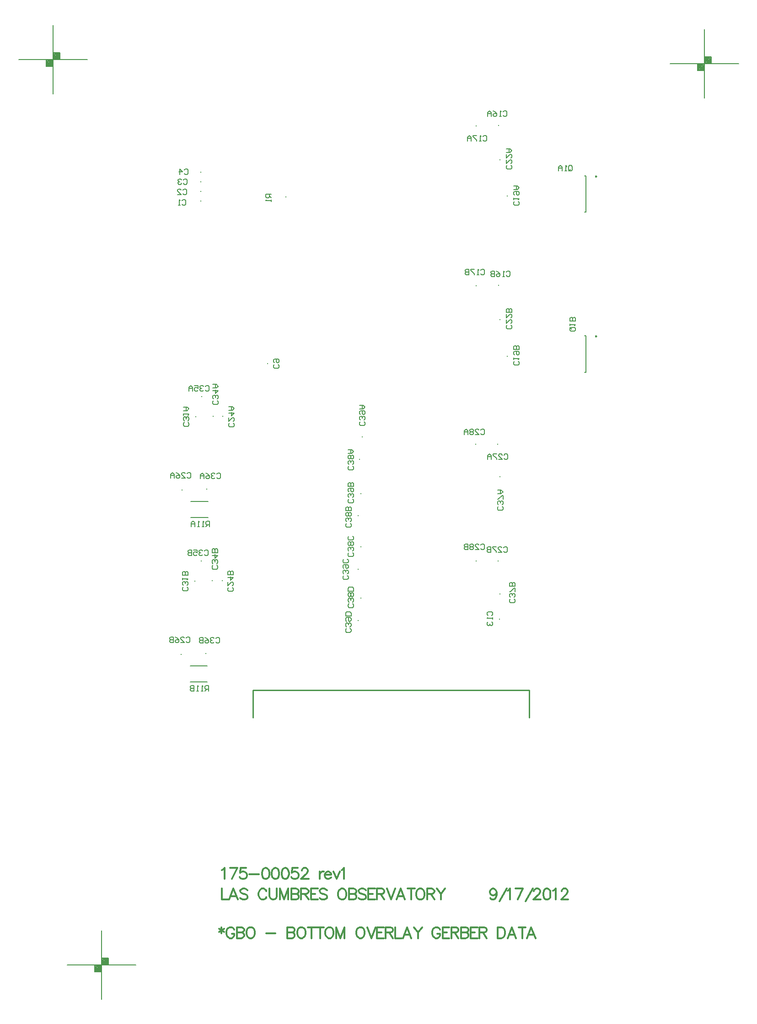
<source format=gbo>
%FSLAX23Y23*%
%MOIN*%
G70*
G01*
G75*
G04 Layer_Color=32896*
%ADD10R,0.012X0.065*%
%ADD11R,0.217X0.120*%
%ADD12R,0.065X0.012*%
%ADD13R,0.075X0.037*%
%ADD14R,0.272X0.268*%
%ADD15R,0.035X0.037*%
%ADD16R,0.035X0.037*%
%ADD17R,0.085X0.138*%
%ADD18R,0.085X0.043*%
%ADD19R,0.085X0.043*%
%ADD20O,0.028X0.098*%
%ADD21R,0.280X0.100*%
%ADD22R,0.070X0.135*%
%ADD23R,0.050X0.050*%
%ADD24O,0.087X0.024*%
%ADD25O,0.098X0.028*%
%ADD26R,0.045X0.017*%
%ADD27R,0.591X0.010*%
%ADD28R,0.012X0.105*%
%ADD29R,0.063X0.051*%
%ADD30R,0.063X0.079*%
%ADD31R,0.050X0.050*%
%ADD32C,0.010*%
%ADD33C,0.050*%
%ADD34C,0.020*%
%ADD35C,0.075*%
%ADD36C,0.012*%
%ADD37C,0.008*%
%ADD38C,0.012*%
%ADD39C,0.012*%
%ADD40R,0.060X0.060*%
%ADD41C,0.060*%
%ADD42C,0.024*%
%ADD43C,0.020*%
%ADD44C,0.115*%
%ADD45R,0.115X0.115*%
%ADD46C,0.080*%
%ADD47C,0.055*%
%ADD48R,0.059X0.059*%
%ADD49C,0.059*%
%ADD50C,0.120*%
%ADD51R,0.120X0.120*%
%ADD52R,0.079X0.079*%
%ADD53C,0.079*%
%ADD54C,0.010*%
%ADD55C,0.050*%
%ADD56C,0.040*%
%ADD57C,0.070*%
%ADD58C,0.054*%
%ADD59C,0.118*%
G04:AMPARAMS|DCode=60|XSize=138mil|YSize=138mil|CornerRadius=0mil|HoleSize=0mil|Usage=FLASHONLY|Rotation=0.000|XOffset=0mil|YOffset=0mil|HoleType=Round|Shape=Relief|Width=10mil|Gap=10mil|Entries=4|*
%AMTHD60*
7,0,0,0.138,0.118,0.010,45*
%
%ADD60THD60*%
G04:AMPARAMS|DCode=61|XSize=112mil|YSize=112mil|CornerRadius=0mil|HoleSize=0mil|Usage=FLASHONLY|Rotation=0.000|XOffset=0mil|YOffset=0mil|HoleType=Round|Shape=Relief|Width=10mil|Gap=10mil|Entries=4|*
%AMTHD61*
7,0,0,0.112,0.092,0.010,45*
%
%ADD61THD61*%
%ADD62C,0.073*%
%ADD63C,0.075*%
%ADD64C,0.110*%
G04:AMPARAMS|DCode=65|XSize=107.244mil|YSize=107.244mil|CornerRadius=0mil|HoleSize=0mil|Usage=FLASHONLY|Rotation=0.000|XOffset=0mil|YOffset=0mil|HoleType=Round|Shape=Relief|Width=10mil|Gap=10mil|Entries=4|*
%AMTHD65*
7,0,0,0.107,0.087,0.010,45*
%
%ADD65THD65*%
%ADD66C,0.087*%
%ADD67C,0.092*%
%ADD68C,0.046*%
%ADD69C,0.064*%
G04:AMPARAMS|DCode=70|XSize=70mil|YSize=70mil|CornerRadius=0mil|HoleSize=0mil|Usage=FLASHONLY|Rotation=0.000|XOffset=0mil|YOffset=0mil|HoleType=Round|Shape=Relief|Width=10mil|Gap=10mil|Entries=4|*
%AMTHD70*
7,0,0,0.070,0.050,0.010,45*
%
%ADD70THD70*%
G04:AMPARAMS|DCode=71|XSize=88mil|YSize=88mil|CornerRadius=0mil|HoleSize=0mil|Usage=FLASHONLY|Rotation=0.000|XOffset=0mil|YOffset=0mil|HoleType=Round|Shape=Relief|Width=10mil|Gap=10mil|Entries=4|*
%AMTHD71*
7,0,0,0.088,0.068,0.010,45*
%
%ADD71THD71*%
%ADD72C,0.068*%
%ADD73C,0.000*%
G04:AMPARAMS|DCode=74|XSize=90mil|YSize=90mil|CornerRadius=0mil|HoleSize=0mil|Usage=FLASHONLY|Rotation=0.000|XOffset=0mil|YOffset=0mil|HoleType=Round|Shape=Relief|Width=10mil|Gap=10mil|Entries=4|*
%AMTHD74*
7,0,0,0.090,0.070,0.010,45*
%
%ADD74THD74*%
G04:AMPARAMS|DCode=75|XSize=93.465mil|YSize=93.465mil|CornerRadius=0mil|HoleSize=0mil|Usage=FLASHONLY|Rotation=0.000|XOffset=0mil|YOffset=0mil|HoleType=Round|Shape=Relief|Width=10mil|Gap=10mil|Entries=4|*
%AMTHD75*
7,0,0,0.093,0.073,0.010,45*
%
%ADD75THD75*%
G04:AMPARAMS|DCode=76|XSize=95.433mil|YSize=95.433mil|CornerRadius=0mil|HoleSize=0mil|Usage=FLASHONLY|Rotation=0.000|XOffset=0mil|YOffset=0mil|HoleType=Round|Shape=Relief|Width=10mil|Gap=10mil|Entries=4|*
%AMTHD76*
7,0,0,0.095,0.075,0.010,45*
%
%ADD76THD76*%
G04:AMPARAMS|DCode=77|XSize=130mil|YSize=130mil|CornerRadius=0mil|HoleSize=0mil|Usage=FLASHONLY|Rotation=0.000|XOffset=0mil|YOffset=0mil|HoleType=Round|Shape=Relief|Width=10mil|Gap=10mil|Entries=4|*
%AMTHD77*
7,0,0,0.130,0.110,0.010,45*
%
%ADD77THD77*%
%ADD78C,0.005*%
%ADD79R,0.071X0.126*%
%ADD80C,0.006*%
%ADD81C,0.008*%
%ADD82C,0.010*%
%ADD83R,0.189X0.116*%
%ADD84R,0.012X0.075*%
%ADD85R,0.012X0.060*%
%ADD86R,0.020X0.073*%
%ADD87R,0.225X0.128*%
%ADD88R,0.073X0.020*%
%ADD89R,0.083X0.045*%
%ADD90R,0.280X0.276*%
%ADD91R,0.043X0.045*%
%ADD92R,0.043X0.045*%
%ADD93R,0.093X0.146*%
%ADD94R,0.093X0.051*%
%ADD95R,0.093X0.051*%
%ADD96O,0.036X0.106*%
%ADD97R,0.288X0.108*%
%ADD98R,0.078X0.143*%
%ADD99R,0.058X0.058*%
%ADD100O,0.095X0.032*%
%ADD101O,0.106X0.036*%
%ADD102R,0.053X0.025*%
%ADD103R,0.599X0.018*%
%ADD104R,0.005X0.098*%
%ADD105R,0.071X0.059*%
%ADD106R,0.071X0.087*%
%ADD107R,0.058X0.058*%
%ADD108R,0.068X0.068*%
%ADD109C,0.032*%
%ADD110C,0.028*%
%ADD111C,0.123*%
%ADD112R,0.123X0.123*%
%ADD113C,0.088*%
%ADD114C,0.063*%
%ADD115R,0.067X0.067*%
%ADD116C,0.067*%
%ADD117C,0.128*%
%ADD118R,0.128X0.128*%
%ADD119R,0.087X0.087*%
%ADD120C,0.087*%
%ADD121C,0.018*%
%ADD122C,0.058*%
%ADD123R,1.016X0.295*%
%ADD124R,0.079X0.134*%
D32*
X42535Y26743D02*
Y26943D01*
X44550Y26743D02*
Y26943D01*
X42535D02*
X44550D01*
D36*
X42307Y25217D02*
Y25172D01*
X42288Y25206D02*
X42326Y25183D01*
Y25206D02*
X42288Y25183D01*
X42400Y25198D02*
X42396Y25206D01*
X42388Y25213D01*
X42381Y25217D01*
X42365D01*
X42358Y25213D01*
X42350Y25206D01*
X42346Y25198D01*
X42343Y25187D01*
Y25168D01*
X42346Y25156D01*
X42350Y25149D01*
X42358Y25141D01*
X42365Y25137D01*
X42381D01*
X42388Y25141D01*
X42396Y25149D01*
X42400Y25156D01*
Y25168D01*
X42381D02*
X42400D01*
X42418Y25217D02*
Y25137D01*
Y25217D02*
X42452D01*
X42464Y25213D01*
X42467Y25210D01*
X42471Y25202D01*
Y25194D01*
X42467Y25187D01*
X42464Y25183D01*
X42452Y25179D01*
X42418D02*
X42452D01*
X42464Y25175D01*
X42467Y25172D01*
X42471Y25164D01*
Y25152D01*
X42467Y25145D01*
X42464Y25141D01*
X42452Y25137D01*
X42418D01*
X42512Y25217D02*
X42504Y25213D01*
X42497Y25206D01*
X42493Y25198D01*
X42489Y25187D01*
Y25168D01*
X42493Y25156D01*
X42497Y25149D01*
X42504Y25141D01*
X42512Y25137D01*
X42527D01*
X42535Y25141D01*
X42542Y25149D01*
X42546Y25156D01*
X42550Y25168D01*
Y25187D01*
X42546Y25198D01*
X42542Y25206D01*
X42535Y25213D01*
X42527Y25217D01*
X42512D01*
X42632Y25172D02*
X42700D01*
X42787Y25217D02*
Y25137D01*
Y25217D02*
X42821D01*
X42832Y25213D01*
X42836Y25210D01*
X42840Y25202D01*
Y25194D01*
X42836Y25187D01*
X42832Y25183D01*
X42821Y25179D01*
X42787D02*
X42821D01*
X42832Y25175D01*
X42836Y25172D01*
X42840Y25164D01*
Y25152D01*
X42836Y25145D01*
X42832Y25141D01*
X42821Y25137D01*
X42787D01*
X42881Y25217D02*
X42873Y25213D01*
X42865Y25206D01*
X42862Y25198D01*
X42858Y25187D01*
Y25168D01*
X42862Y25156D01*
X42865Y25149D01*
X42873Y25141D01*
X42881Y25137D01*
X42896D01*
X42904Y25141D01*
X42911Y25149D01*
X42915Y25156D01*
X42919Y25168D01*
Y25187D01*
X42915Y25198D01*
X42911Y25206D01*
X42904Y25213D01*
X42896Y25217D01*
X42881D01*
X42964D02*
Y25137D01*
X42937Y25217D02*
X42991D01*
X43027D02*
Y25137D01*
X43000Y25217D02*
X43054D01*
X43086D02*
X43078Y25213D01*
X43071Y25206D01*
X43067Y25198D01*
X43063Y25187D01*
Y25168D01*
X43067Y25156D01*
X43071Y25149D01*
X43078Y25141D01*
X43086Y25137D01*
X43101D01*
X43109Y25141D01*
X43116Y25149D01*
X43120Y25156D01*
X43124Y25168D01*
Y25187D01*
X43120Y25198D01*
X43116Y25206D01*
X43109Y25213D01*
X43101Y25217D01*
X43086D01*
X43143D02*
Y25137D01*
Y25217D02*
X43173Y25137D01*
X43204Y25217D02*
X43173Y25137D01*
X43204Y25217D02*
Y25137D01*
X43312Y25217D02*
X43305Y25213D01*
X43297Y25206D01*
X43293Y25198D01*
X43289Y25187D01*
Y25168D01*
X43293Y25156D01*
X43297Y25149D01*
X43305Y25141D01*
X43312Y25137D01*
X43327D01*
X43335Y25141D01*
X43343Y25149D01*
X43347Y25156D01*
X43350Y25168D01*
Y25187D01*
X43347Y25198D01*
X43343Y25206D01*
X43335Y25213D01*
X43327Y25217D01*
X43312D01*
X43369D02*
X43399Y25137D01*
X43430Y25217D02*
X43399Y25137D01*
X43490Y25217D02*
X43440D01*
Y25137D01*
X43490D01*
X43440Y25179D02*
X43471D01*
X43503Y25217D02*
Y25137D01*
Y25217D02*
X43537D01*
X43549Y25213D01*
X43553Y25210D01*
X43556Y25202D01*
Y25194D01*
X43553Y25187D01*
X43549Y25183D01*
X43537Y25179D01*
X43503D01*
X43530D02*
X43556Y25137D01*
X43574Y25217D02*
Y25137D01*
X43620D01*
X43690D02*
X43659Y25217D01*
X43629Y25137D01*
X43640Y25164D02*
X43678D01*
X43708Y25217D02*
X43739Y25179D01*
Y25137D01*
X43769Y25217D02*
X43739Y25179D01*
X43900Y25198D02*
X43896Y25206D01*
X43888Y25213D01*
X43880Y25217D01*
X43865D01*
X43858Y25213D01*
X43850Y25206D01*
X43846Y25198D01*
X43842Y25187D01*
Y25168D01*
X43846Y25156D01*
X43850Y25149D01*
X43858Y25141D01*
X43865Y25137D01*
X43880D01*
X43888Y25141D01*
X43896Y25149D01*
X43900Y25156D01*
Y25168D01*
X43880D02*
X43900D01*
X43967Y25217D02*
X43918D01*
Y25137D01*
X43967D01*
X43918Y25179D02*
X43948D01*
X43981Y25217D02*
Y25137D01*
Y25217D02*
X44015D01*
X44026Y25213D01*
X44030Y25210D01*
X44034Y25202D01*
Y25194D01*
X44030Y25187D01*
X44026Y25183D01*
X44015Y25179D01*
X43981D01*
X44007D02*
X44034Y25137D01*
X44052Y25217D02*
Y25137D01*
Y25217D02*
X44086D01*
X44098Y25213D01*
X44101Y25210D01*
X44105Y25202D01*
Y25194D01*
X44101Y25187D01*
X44098Y25183D01*
X44086Y25179D01*
X44052D02*
X44086D01*
X44098Y25175D01*
X44101Y25172D01*
X44105Y25164D01*
Y25152D01*
X44101Y25145D01*
X44098Y25141D01*
X44086Y25137D01*
X44052D01*
X44173Y25217D02*
X44123D01*
Y25137D01*
X44173D01*
X44123Y25179D02*
X44154D01*
X44186Y25217D02*
Y25137D01*
Y25217D02*
X44220D01*
X44232Y25213D01*
X44235Y25210D01*
X44239Y25202D01*
Y25194D01*
X44235Y25187D01*
X44232Y25183D01*
X44220Y25179D01*
X44186D01*
X44213D02*
X44239Y25137D01*
X44320Y25217D02*
Y25137D01*
Y25217D02*
X44347D01*
X44358Y25213D01*
X44366Y25206D01*
X44370Y25198D01*
X44373Y25187D01*
Y25168D01*
X44370Y25156D01*
X44366Y25149D01*
X44358Y25141D01*
X44347Y25137D01*
X44320D01*
X44452D02*
X44422Y25217D01*
X44391Y25137D01*
X44403Y25164D02*
X44441D01*
X44498Y25217D02*
Y25137D01*
X44471Y25217D02*
X44524D01*
X44595Y25137D02*
X44564Y25217D01*
X44534Y25137D01*
X44545Y25164D02*
X44583D01*
D37*
X41078Y31284D02*
Y31784D01*
X40828Y31534D02*
X41328D01*
X41028Y31484D02*
X41078D01*
X41028D02*
Y31534D01*
X41078Y31584D02*
X41128D01*
Y31534D02*
Y31584D01*
X41083Y31539D02*
Y31579D01*
X41123D01*
Y31539D02*
Y31579D01*
X41083Y31539D02*
X41123D01*
X41088Y31544D02*
Y31574D01*
X41118D01*
Y31544D02*
Y31574D01*
X41093Y31544D02*
X41118D01*
X41093Y31549D02*
Y31569D01*
X41113D01*
Y31549D02*
Y31569D01*
X41098Y31549D02*
X41113D01*
X41098Y31554D02*
Y31564D01*
X41108D01*
Y31554D02*
Y31564D01*
X41098Y31554D02*
X41108D01*
X41103D02*
Y31564D01*
X41033Y31489D02*
Y31529D01*
X41073D01*
Y31489D02*
Y31529D01*
X41033Y31489D02*
X41073D01*
X41038Y31494D02*
Y31524D01*
X41068D01*
Y31494D02*
Y31524D01*
X41043Y31494D02*
X41068D01*
X41043Y31499D02*
Y31519D01*
X41063D01*
Y31499D02*
Y31519D01*
X41048Y31499D02*
X41063D01*
X41048Y31504D02*
Y31514D01*
X41058D01*
Y31504D02*
Y31514D01*
X41048Y31504D02*
X41058D01*
X41053D02*
Y31514D01*
X45826Y31253D02*
Y31753D01*
X45576Y31503D02*
X46076D01*
X45776Y31453D02*
X45826D01*
X45776D02*
Y31503D01*
X45826Y31553D02*
X45876D01*
Y31503D02*
Y31553D01*
X45831Y31508D02*
Y31548D01*
X45871D01*
Y31508D02*
Y31548D01*
X45831Y31508D02*
X45871D01*
X45836Y31513D02*
Y31543D01*
X45866D01*
Y31513D02*
Y31543D01*
X45841Y31513D02*
X45866D01*
X45841Y31518D02*
Y31538D01*
X45861D01*
Y31518D02*
Y31538D01*
X45846Y31518D02*
X45861D01*
X45846Y31523D02*
Y31533D01*
X45856D01*
Y31523D02*
Y31533D01*
X45846Y31523D02*
X45856D01*
X45851D02*
Y31533D01*
X45781Y31458D02*
Y31498D01*
X45821D01*
Y31458D02*
Y31498D01*
X45781Y31458D02*
X45821D01*
X45786Y31463D02*
Y31493D01*
X45816D01*
Y31463D02*
Y31493D01*
X45791Y31463D02*
X45816D01*
X45791Y31468D02*
Y31488D01*
X45811D01*
Y31468D02*
Y31488D01*
X45796Y31468D02*
X45811D01*
X45796Y31473D02*
Y31483D01*
X45806D01*
Y31473D02*
Y31483D01*
X45796Y31473D02*
X45806D01*
X45801D02*
Y31483D01*
X41432Y24694D02*
Y25194D01*
X41182Y24944D02*
X41682D01*
X41382Y24894D02*
X41432D01*
X41382D02*
Y24944D01*
X41432Y24994D02*
X41482D01*
Y24944D02*
Y24994D01*
X41437Y24949D02*
Y24989D01*
X41477D01*
Y24949D02*
Y24989D01*
X41437Y24949D02*
X41477D01*
X41442Y24954D02*
Y24984D01*
X41472D01*
Y24954D02*
Y24984D01*
X41447Y24954D02*
X41472D01*
X41447Y24959D02*
Y24979D01*
X41467D01*
Y24959D02*
Y24979D01*
X41452Y24959D02*
X41467D01*
X41452Y24964D02*
Y24974D01*
X41462D01*
Y24964D02*
Y24974D01*
X41452Y24964D02*
X41462D01*
X41457D02*
Y24974D01*
X41387Y24899D02*
Y24939D01*
X41427D01*
Y24899D02*
Y24939D01*
X41387Y24899D02*
X41427D01*
X41392Y24904D02*
Y24934D01*
X41422D01*
Y24904D02*
Y24934D01*
X41397Y24904D02*
X41422D01*
X41397Y24909D02*
Y24929D01*
X41417D01*
Y24909D02*
Y24929D01*
X41402Y24909D02*
X41417D01*
X41402Y24914D02*
Y24924D01*
X41412D01*
Y24914D02*
Y24924D01*
X41402Y24914D02*
X41412D01*
X41407D02*
Y24924D01*
D38*
X42309Y25498D02*
Y25418D01*
X42355D01*
X42425D02*
X42394Y25498D01*
X42364Y25418D01*
X42375Y25444D02*
X42413D01*
X42496Y25486D02*
X42489Y25494D01*
X42477Y25498D01*
X42462D01*
X42451Y25494D01*
X42443Y25486D01*
Y25479D01*
X42447Y25471D01*
X42451Y25467D01*
X42458Y25464D01*
X42481Y25456D01*
X42489Y25452D01*
X42493Y25448D01*
X42496Y25441D01*
Y25429D01*
X42489Y25422D01*
X42477Y25418D01*
X42462D01*
X42451Y25422D01*
X42443Y25429D01*
X42634Y25479D02*
X42631Y25486D01*
X42623Y25494D01*
X42615Y25498D01*
X42600D01*
X42592Y25494D01*
X42585Y25486D01*
X42581Y25479D01*
X42577Y25467D01*
Y25448D01*
X42581Y25437D01*
X42585Y25429D01*
X42592Y25422D01*
X42600Y25418D01*
X42615D01*
X42623Y25422D01*
X42631Y25429D01*
X42634Y25437D01*
X42657Y25498D02*
Y25441D01*
X42661Y25429D01*
X42668Y25422D01*
X42680Y25418D01*
X42687D01*
X42699Y25422D01*
X42706Y25429D01*
X42710Y25441D01*
Y25498D01*
X42732D02*
Y25418D01*
Y25498D02*
X42763Y25418D01*
X42793Y25498D02*
X42763Y25418D01*
X42793Y25498D02*
Y25418D01*
X42816Y25498D02*
Y25418D01*
Y25498D02*
X42850D01*
X42862Y25494D01*
X42866Y25490D01*
X42869Y25483D01*
Y25475D01*
X42866Y25467D01*
X42862Y25464D01*
X42850Y25460D01*
X42816D02*
X42850D01*
X42862Y25456D01*
X42866Y25452D01*
X42869Y25444D01*
Y25433D01*
X42866Y25425D01*
X42862Y25422D01*
X42850Y25418D01*
X42816D01*
X42887Y25498D02*
Y25418D01*
Y25498D02*
X42922D01*
X42933Y25494D01*
X42937Y25490D01*
X42941Y25483D01*
Y25475D01*
X42937Y25467D01*
X42933Y25464D01*
X42922Y25460D01*
X42887D01*
X42914D02*
X42941Y25418D01*
X43008Y25498D02*
X42958D01*
Y25418D01*
X43008D01*
X42958Y25460D02*
X42989D01*
X43075Y25486D02*
X43067Y25494D01*
X43056Y25498D01*
X43040D01*
X43029Y25494D01*
X43021Y25486D01*
Y25479D01*
X43025Y25471D01*
X43029Y25467D01*
X43037Y25464D01*
X43059Y25456D01*
X43067Y25452D01*
X43071Y25448D01*
X43075Y25441D01*
Y25429D01*
X43067Y25422D01*
X43056Y25418D01*
X43040D01*
X43029Y25422D01*
X43021Y25429D01*
X43178Y25498D02*
X43171Y25494D01*
X43163Y25486D01*
X43159Y25479D01*
X43155Y25467D01*
Y25448D01*
X43159Y25437D01*
X43163Y25429D01*
X43171Y25422D01*
X43178Y25418D01*
X43193D01*
X43201Y25422D01*
X43209Y25429D01*
X43213Y25437D01*
X43216Y25448D01*
Y25467D01*
X43213Y25479D01*
X43209Y25486D01*
X43201Y25494D01*
X43193Y25498D01*
X43178D01*
X43235D02*
Y25418D01*
Y25498D02*
X43269D01*
X43281Y25494D01*
X43285Y25490D01*
X43288Y25483D01*
Y25475D01*
X43285Y25467D01*
X43281Y25464D01*
X43269Y25460D01*
X43235D02*
X43269D01*
X43281Y25456D01*
X43285Y25452D01*
X43288Y25444D01*
Y25433D01*
X43285Y25425D01*
X43281Y25422D01*
X43269Y25418D01*
X43235D01*
X43360Y25486D02*
X43352Y25494D01*
X43340Y25498D01*
X43325D01*
X43314Y25494D01*
X43306Y25486D01*
Y25479D01*
X43310Y25471D01*
X43314Y25467D01*
X43321Y25464D01*
X43344Y25456D01*
X43352Y25452D01*
X43356Y25448D01*
X43360Y25441D01*
Y25429D01*
X43352Y25422D01*
X43340Y25418D01*
X43325D01*
X43314Y25422D01*
X43306Y25429D01*
X43427Y25498D02*
X43377D01*
Y25418D01*
X43427D01*
X43377Y25460D02*
X43408D01*
X43440Y25498D02*
Y25418D01*
Y25498D02*
X43475D01*
X43486Y25494D01*
X43490Y25490D01*
X43494Y25483D01*
Y25475D01*
X43490Y25467D01*
X43486Y25464D01*
X43475Y25460D01*
X43440D01*
X43467D02*
X43494Y25418D01*
X43512Y25498D02*
X43542Y25418D01*
X43572Y25498D02*
X43542Y25418D01*
X43644D02*
X43613Y25498D01*
X43583Y25418D01*
X43594Y25444D02*
X43632D01*
X43689Y25498D02*
Y25418D01*
X43662Y25498D02*
X43716D01*
X43748D02*
X43740Y25494D01*
X43733Y25486D01*
X43729Y25479D01*
X43725Y25467D01*
Y25448D01*
X43729Y25437D01*
X43733Y25429D01*
X43740Y25422D01*
X43748Y25418D01*
X43763D01*
X43771Y25422D01*
X43779Y25429D01*
X43782Y25437D01*
X43786Y25448D01*
Y25467D01*
X43782Y25479D01*
X43779Y25486D01*
X43771Y25494D01*
X43763Y25498D01*
X43748D01*
X43805D02*
Y25418D01*
Y25498D02*
X43839D01*
X43850Y25494D01*
X43854Y25490D01*
X43858Y25483D01*
Y25475D01*
X43854Y25467D01*
X43850Y25464D01*
X43839Y25460D01*
X43805D01*
X43831D02*
X43858Y25418D01*
X43876Y25498D02*
X43906Y25460D01*
Y25418D01*
X43937Y25498D02*
X43906Y25460D01*
X44311Y25471D02*
X44307Y25460D01*
X44300Y25452D01*
X44288Y25448D01*
X44284D01*
X44273Y25452D01*
X44265Y25460D01*
X44261Y25471D01*
Y25475D01*
X44265Y25486D01*
X44273Y25494D01*
X44284Y25498D01*
X44288D01*
X44300Y25494D01*
X44307Y25486D01*
X44311Y25471D01*
Y25452D01*
X44307Y25433D01*
X44300Y25422D01*
X44288Y25418D01*
X44280D01*
X44269Y25422D01*
X44265Y25429D01*
X44333Y25406D02*
X44386Y25498D01*
X44391Y25483D02*
X44399Y25486D01*
X44410Y25498D01*
Y25418D01*
X44503Y25498D02*
X44465Y25418D01*
X44450Y25498D02*
X44503D01*
X44521Y25406D02*
X44575Y25498D01*
X44584Y25479D02*
Y25483D01*
X44587Y25490D01*
X44591Y25494D01*
X44599Y25498D01*
X44614D01*
X44622Y25494D01*
X44626Y25490D01*
X44629Y25483D01*
Y25475D01*
X44626Y25467D01*
X44618Y25456D01*
X44580Y25418D01*
X44633D01*
X44674Y25498D02*
X44663Y25494D01*
X44655Y25483D01*
X44651Y25464D01*
Y25452D01*
X44655Y25433D01*
X44663Y25422D01*
X44674Y25418D01*
X44682D01*
X44693Y25422D01*
X44701Y25433D01*
X44704Y25452D01*
Y25464D01*
X44701Y25483D01*
X44693Y25494D01*
X44682Y25498D01*
X44674D01*
X44722Y25483D02*
X44730Y25486D01*
X44741Y25498D01*
Y25418D01*
X44785Y25479D02*
Y25483D01*
X44789Y25490D01*
X44792Y25494D01*
X44800Y25498D01*
X44815D01*
X44823Y25494D01*
X44827Y25490D01*
X44830Y25483D01*
Y25475D01*
X44827Y25467D01*
X44819Y25456D01*
X44781Y25418D01*
X44834D01*
D39*
X42309Y25633D02*
X42317Y25636D01*
X42328Y25648D01*
Y25568D01*
X42421Y25648D02*
X42383Y25568D01*
X42368Y25648D02*
X42421D01*
X42485D02*
X42447D01*
X42443Y25614D01*
X42447Y25617D01*
X42458Y25621D01*
X42469D01*
X42481Y25617D01*
X42488Y25610D01*
X42492Y25598D01*
Y25591D01*
X42488Y25579D01*
X42481Y25572D01*
X42469Y25568D01*
X42458D01*
X42447Y25572D01*
X42443Y25575D01*
X42439Y25583D01*
X42510Y25602D02*
X42579D01*
X42625Y25648D02*
X42614Y25644D01*
X42606Y25633D01*
X42602Y25614D01*
Y25602D01*
X42606Y25583D01*
X42614Y25572D01*
X42625Y25568D01*
X42633D01*
X42644Y25572D01*
X42652Y25583D01*
X42656Y25602D01*
Y25614D01*
X42652Y25633D01*
X42644Y25644D01*
X42633Y25648D01*
X42625D01*
X42696D02*
X42685Y25644D01*
X42677Y25633D01*
X42674Y25614D01*
Y25602D01*
X42677Y25583D01*
X42685Y25572D01*
X42696Y25568D01*
X42704D01*
X42715Y25572D01*
X42723Y25583D01*
X42727Y25602D01*
Y25614D01*
X42723Y25633D01*
X42715Y25644D01*
X42704Y25648D01*
X42696D01*
X42768D02*
X42756Y25644D01*
X42749Y25633D01*
X42745Y25614D01*
Y25602D01*
X42749Y25583D01*
X42756Y25572D01*
X42768Y25568D01*
X42775D01*
X42787Y25572D01*
X42794Y25583D01*
X42798Y25602D01*
Y25614D01*
X42794Y25633D01*
X42787Y25644D01*
X42775Y25648D01*
X42768D01*
X42862D02*
X42824D01*
X42820Y25614D01*
X42824Y25617D01*
X42835Y25621D01*
X42847D01*
X42858Y25617D01*
X42866Y25610D01*
X42869Y25598D01*
Y25591D01*
X42866Y25579D01*
X42858Y25572D01*
X42847Y25568D01*
X42835D01*
X42824Y25572D01*
X42820Y25575D01*
X42816Y25583D01*
X42891Y25629D02*
Y25633D01*
X42895Y25640D01*
X42899Y25644D01*
X42906Y25648D01*
X42922D01*
X42929Y25644D01*
X42933Y25640D01*
X42937Y25633D01*
Y25625D01*
X42933Y25617D01*
X42925Y25606D01*
X42887Y25568D01*
X42941D01*
X43021Y25621D02*
Y25568D01*
Y25598D02*
X43025Y25610D01*
X43033Y25617D01*
X43040Y25621D01*
X43052D01*
X43059Y25598D02*
X43105D01*
Y25606D01*
X43101Y25614D01*
X43097Y25617D01*
X43090Y25621D01*
X43078D01*
X43070Y25617D01*
X43063Y25610D01*
X43059Y25598D01*
Y25591D01*
X43063Y25579D01*
X43070Y25572D01*
X43078Y25568D01*
X43090D01*
X43097Y25572D01*
X43105Y25579D01*
X43122Y25621D02*
X43145Y25568D01*
X43168Y25621D02*
X43145Y25568D01*
X43181Y25633D02*
X43188Y25636D01*
X43200Y25648D01*
Y25568D01*
D54*
X43322Y27612D02*
D03*
X43322Y27985D02*
D03*
Y28374D02*
D03*
X43331Y28785D02*
D03*
X43304Y27450D02*
D03*
X43304Y27823D02*
D03*
Y28212D02*
D03*
X43313Y28623D02*
D03*
X42155Y30503D02*
D03*
Y30573D02*
D03*
Y30643D02*
D03*
Y30713D02*
D03*
X42643Y29319D02*
D03*
X44332Y27460D02*
D03*
X44325Y31053D02*
D03*
Y29889D02*
D03*
X44164Y31050D02*
D03*
Y29886D02*
D03*
X44388Y30538D02*
D03*
Y29374D02*
D03*
X44335Y30803D02*
D03*
Y29639D02*
D03*
X42317Y28937D02*
D03*
X42311Y27740D02*
D03*
X42019Y28398D02*
D03*
X42013Y27201D02*
D03*
X44319Y28731D02*
D03*
X44321Y27881D02*
D03*
X44159Y28731D02*
D03*
X44161Y27881D02*
D03*
X42118Y28934D02*
D03*
X42112Y27737D02*
D03*
X42245Y28935D02*
D03*
X42239Y27738D02*
D03*
X42164Y29079D02*
D03*
X42158Y27882D02*
D03*
X42200Y28407D02*
D03*
X42194Y27210D02*
D03*
X44335Y28495D02*
D03*
X44337Y27644D02*
D03*
X42775Y30533D02*
D03*
D80*
X44851Y29583D02*
X44878D01*
X44885Y29576D01*
Y29563D01*
X44878Y29556D01*
X44851D01*
X44845Y29563D01*
Y29576D01*
X44858Y29569D02*
X44845Y29583D01*
Y29576D02*
X44851Y29583D01*
X44845Y29596D02*
Y29609D01*
Y29603D01*
X44885D01*
X44878Y29596D01*
X44885Y29629D02*
X44845D01*
Y29649D01*
X44851Y29656D01*
X44858D01*
X44865Y29649D01*
Y29629D01*
Y29649D01*
X44871Y29656D01*
X44878D01*
X44885Y29649D01*
Y29629D01*
X42213Y26937D02*
Y26977D01*
X42193D01*
X42186Y26970D01*
Y26957D01*
X42193Y26950D01*
X42213D01*
X42199D02*
X42186Y26937D01*
X42173D02*
X42160D01*
X42166D01*
Y26977D01*
X42173Y26970D01*
X42140Y26937D02*
X42126D01*
X42133D01*
Y26977D01*
X42140Y26970D01*
X42106Y26977D02*
Y26937D01*
X42086D01*
X42080Y26944D01*
Y26950D01*
X42086Y26957D01*
X42106D01*
X42086D01*
X42080Y26964D01*
Y26970D01*
X42086Y26977D01*
X42106D01*
X43244Y27391D02*
X43251Y27384D01*
Y27371D01*
X43244Y27364D01*
X43217D01*
X43211Y27371D01*
Y27384D01*
X43217Y27391D01*
X43244Y27404D02*
X43251Y27411D01*
Y27424D01*
X43244Y27431D01*
X43237D01*
X43231Y27424D01*
Y27418D01*
Y27424D01*
X43224Y27431D01*
X43217D01*
X43211Y27424D01*
Y27411D01*
X43217Y27404D01*
Y27444D02*
X43211Y27451D01*
Y27464D01*
X43217Y27471D01*
X43244D01*
X43251Y27464D01*
Y27451D01*
X43244Y27444D01*
X43237D01*
X43231Y27451D01*
Y27471D01*
X43251Y27484D02*
X43211D01*
Y27504D01*
X43217Y27511D01*
X43244D01*
X43251Y27504D01*
Y27484D01*
X43224Y27776D02*
X43231Y27769D01*
Y27756D01*
X43224Y27749D01*
X43197D01*
X43191Y27756D01*
Y27769D01*
X43197Y27776D01*
X43224Y27789D02*
X43231Y27796D01*
Y27809D01*
X43224Y27816D01*
X43217D01*
X43211Y27809D01*
Y27802D01*
Y27809D01*
X43204Y27816D01*
X43197D01*
X43191Y27809D01*
Y27796D01*
X43197Y27789D01*
Y27829D02*
X43191Y27836D01*
Y27849D01*
X43197Y27856D01*
X43224D01*
X43231Y27849D01*
Y27836D01*
X43224Y27829D01*
X43217D01*
X43211Y27836D01*
Y27856D01*
X43224Y27896D02*
X43231Y27889D01*
Y27876D01*
X43224Y27869D01*
X43197D01*
X43191Y27876D01*
Y27889D01*
X43197Y27896D01*
X43262Y28332D02*
X43269Y28325D01*
Y28312D01*
X43262Y28305D01*
X43235D01*
X43229Y28312D01*
Y28325D01*
X43235Y28332D01*
X43262Y28345D02*
X43269Y28352D01*
Y28365D01*
X43262Y28372D01*
X43255D01*
X43249Y28365D01*
Y28358D01*
Y28365D01*
X43242Y28372D01*
X43235D01*
X43229Y28365D01*
Y28352D01*
X43235Y28345D01*
Y28385D02*
X43229Y28392D01*
Y28405D01*
X43235Y28412D01*
X43262D01*
X43269Y28405D01*
Y28392D01*
X43262Y28385D01*
X43255D01*
X43249Y28392D01*
Y28412D01*
X43269Y28425D02*
X43229D01*
Y28445D01*
X43235Y28452D01*
X43242D01*
X43249Y28445D01*
Y28425D01*
Y28445D01*
X43255Y28452D01*
X43262D01*
X43269Y28445D01*
Y28425D01*
X43347Y28897D02*
X43354Y28890D01*
Y28877D01*
X43347Y28870D01*
X43320D01*
X43314Y28877D01*
Y28890D01*
X43320Y28897D01*
X43347Y28910D02*
X43354Y28917D01*
Y28930D01*
X43347Y28937D01*
X43340D01*
X43334Y28930D01*
Y28923D01*
Y28930D01*
X43327Y28937D01*
X43320D01*
X43314Y28930D01*
Y28917D01*
X43320Y28910D01*
Y28950D02*
X43314Y28957D01*
Y28970D01*
X43320Y28977D01*
X43347D01*
X43354Y28970D01*
Y28957D01*
X43347Y28950D01*
X43340D01*
X43334Y28957D01*
Y28977D01*
X43314Y28990D02*
X43340D01*
X43354Y29003D01*
X43340Y29017D01*
X43314D01*
X43334D01*
Y28990D01*
X43263Y27571D02*
X43270Y27564D01*
Y27551D01*
X43263Y27544D01*
X43236D01*
X43230Y27551D01*
Y27564D01*
X43236Y27571D01*
X43263Y27584D02*
X43270Y27591D01*
Y27604D01*
X43263Y27611D01*
X43256D01*
X43250Y27604D01*
Y27597D01*
Y27604D01*
X43243Y27611D01*
X43236D01*
X43230Y27604D01*
Y27591D01*
X43236Y27584D01*
X43263Y27624D02*
X43270Y27631D01*
Y27644D01*
X43263Y27651D01*
X43256D01*
X43250Y27644D01*
X43243Y27651D01*
X43236D01*
X43230Y27644D01*
Y27631D01*
X43236Y27624D01*
X43243D01*
X43250Y27631D01*
X43256Y27624D01*
X43263D01*
X43250Y27631D02*
Y27644D01*
X43270Y27664D02*
X43230D01*
Y27684D01*
X43236Y27691D01*
X43263D01*
X43270Y27684D01*
Y27664D01*
X43261Y27942D02*
X43268Y27935D01*
Y27922D01*
X43261Y27915D01*
X43234D01*
X43228Y27922D01*
Y27935D01*
X43234Y27942D01*
X43261Y27955D02*
X43268Y27962D01*
Y27975D01*
X43261Y27982D01*
X43254D01*
X43248Y27975D01*
Y27968D01*
Y27975D01*
X43241Y27982D01*
X43234D01*
X43228Y27975D01*
Y27962D01*
X43234Y27955D01*
X43261Y27995D02*
X43268Y28002D01*
Y28015D01*
X43261Y28022D01*
X43254D01*
X43248Y28015D01*
X43241Y28022D01*
X43234D01*
X43228Y28015D01*
Y28002D01*
X43234Y27995D01*
X43241D01*
X43248Y28002D01*
X43254Y27995D01*
X43261D01*
X43248Y28002D02*
Y28015D01*
X43261Y28062D02*
X43268Y28055D01*
Y28042D01*
X43261Y28035D01*
X43234D01*
X43228Y28042D01*
Y28055D01*
X43234Y28062D01*
X43247Y28156D02*
X43254Y28149D01*
Y28136D01*
X43247Y28129D01*
X43220D01*
X43214Y28136D01*
Y28149D01*
X43220Y28156D01*
X43247Y28169D02*
X43254Y28176D01*
Y28189D01*
X43247Y28196D01*
X43240D01*
X43234Y28189D01*
Y28182D01*
Y28189D01*
X43227Y28196D01*
X43220D01*
X43214Y28189D01*
Y28176D01*
X43220Y28169D01*
X43247Y28209D02*
X43254Y28216D01*
Y28229D01*
X43247Y28236D01*
X43240D01*
X43234Y28229D01*
X43227Y28236D01*
X43220D01*
X43214Y28229D01*
Y28216D01*
X43220Y28209D01*
X43227D01*
X43234Y28216D01*
X43240Y28209D01*
X43247D01*
X43234Y28216D02*
Y28229D01*
X43254Y28249D02*
X43214D01*
Y28269D01*
X43220Y28276D01*
X43227D01*
X43234Y28269D01*
Y28249D01*
Y28269D01*
X43240Y28276D01*
X43247D01*
X43254Y28269D01*
Y28249D01*
X43262Y28572D02*
X43269Y28565D01*
Y28552D01*
X43262Y28545D01*
X43235D01*
X43229Y28552D01*
Y28565D01*
X43235Y28572D01*
X43262Y28585D02*
X43269Y28592D01*
Y28605D01*
X43262Y28612D01*
X43255D01*
X43249Y28605D01*
Y28598D01*
Y28605D01*
X43242Y28612D01*
X43235D01*
X43229Y28605D01*
Y28592D01*
X43235Y28585D01*
X43262Y28625D02*
X43269Y28632D01*
Y28645D01*
X43262Y28652D01*
X43255D01*
X43249Y28645D01*
X43242Y28652D01*
X43235D01*
X43229Y28645D01*
Y28632D01*
X43235Y28625D01*
X43242D01*
X43249Y28632D01*
X43255Y28625D01*
X43262D01*
X43249Y28632D02*
Y28645D01*
X43229Y28665D02*
X43255D01*
X43269Y28678D01*
X43255Y28692D01*
X43229D01*
X43249D01*
Y28665D01*
X42018Y30505D02*
X42025Y30512D01*
X42038D01*
X42045Y30505D01*
Y30479D01*
X42038Y30472D01*
X42025D01*
X42018Y30479D01*
X42005Y30472D02*
X41992D01*
X41998D01*
Y30512D01*
X42005Y30505D01*
X42025Y30582D02*
X42032Y30589D01*
X42045D01*
X42052Y30582D01*
Y30556D01*
X42045Y30549D01*
X42032D01*
X42025Y30556D01*
X41985Y30549D02*
X42012D01*
X41985Y30576D01*
Y30582D01*
X41992Y30589D01*
X42005D01*
X42012Y30582D01*
X42028Y30657D02*
X42035Y30664D01*
X42048D01*
X42055Y30657D01*
Y30631D01*
X42048Y30624D01*
X42035D01*
X42028Y30631D01*
X42015Y30657D02*
X42008Y30664D01*
X41995D01*
X41988Y30657D01*
Y30651D01*
X41995Y30644D01*
X42002D01*
X41995D01*
X41988Y30637D01*
Y30631D01*
X41995Y30624D01*
X42008D01*
X42015Y30631D01*
X42036Y30729D02*
X42043Y30736D01*
X42056D01*
X42063Y30729D01*
Y30703D01*
X42056Y30696D01*
X42043D01*
X42036Y30703D01*
X42003Y30696D02*
Y30736D01*
X42023Y30716D01*
X41996D01*
X42719Y29312D02*
X42726Y29305D01*
Y29292D01*
X42719Y29285D01*
X42692D01*
X42686Y29292D01*
Y29305D01*
X42692Y29312D01*
Y29325D02*
X42686Y29332D01*
Y29345D01*
X42692Y29352D01*
X42719D01*
X42726Y29345D01*
Y29332D01*
X42719Y29325D01*
X42712D01*
X42706Y29332D01*
Y29352D01*
X44249Y27486D02*
X44243Y27493D01*
Y27506D01*
X44249Y27513D01*
X44276D01*
X44283Y27506D01*
Y27493D01*
X44276Y27486D01*
X44283Y27473D02*
Y27460D01*
Y27466D01*
X44243D01*
X44249Y27473D01*
Y27440D02*
X44243Y27433D01*
Y27420D01*
X44249Y27413D01*
X44256D01*
X44263Y27420D01*
Y27426D01*
Y27420D01*
X44269Y27413D01*
X44276D01*
X44283Y27420D01*
Y27433D01*
X44276Y27440D01*
X44360Y31152D02*
X44366Y31159D01*
X44380D01*
X44386Y31152D01*
Y31126D01*
X44380Y31119D01*
X44366D01*
X44360Y31126D01*
X44346Y31119D02*
X44333D01*
X44340D01*
Y31159D01*
X44346Y31152D01*
X44286Y31159D02*
X44300Y31152D01*
X44313Y31139D01*
Y31126D01*
X44306Y31119D01*
X44293D01*
X44286Y31126D01*
Y31132D01*
X44293Y31139D01*
X44313D01*
X44273Y31119D02*
Y31146D01*
X44260Y31159D01*
X44246Y31146D01*
Y31119D01*
Y31139D01*
X44273D01*
X44383Y29987D02*
X44390Y29994D01*
X44403D01*
X44410Y29987D01*
Y29961D01*
X44403Y29954D01*
X44390D01*
X44383Y29961D01*
X44370Y29954D02*
X44357D01*
X44363D01*
Y29994D01*
X44370Y29987D01*
X44310Y29994D02*
X44323Y29987D01*
X44337Y29974D01*
Y29961D01*
X44330Y29954D01*
X44317D01*
X44310Y29961D01*
Y29967D01*
X44317Y29974D01*
X44337D01*
X44297Y29994D02*
Y29954D01*
X44277D01*
X44270Y29961D01*
Y29967D01*
X44277Y29974D01*
X44297D01*
X44277D01*
X44270Y29981D01*
Y29987D01*
X44277Y29994D01*
X44297D01*
X44211Y30972D02*
X44218Y30979D01*
X44231D01*
X44238Y30972D01*
Y30946D01*
X44231Y30939D01*
X44218D01*
X44211Y30946D01*
X44198Y30939D02*
X44185D01*
X44191D01*
Y30979D01*
X44198Y30972D01*
X44165Y30979D02*
X44138D01*
Y30972D01*
X44165Y30946D01*
Y30939D01*
X44125D02*
Y30966D01*
X44111Y30979D01*
X44098Y30966D01*
Y30939D01*
Y30959D01*
X44125D01*
X44195Y30000D02*
X44202Y30007D01*
X44215D01*
X44222Y30000D01*
Y29974D01*
X44215Y29967D01*
X44202D01*
X44195Y29974D01*
X44182Y29967D02*
X44168D01*
X44175D01*
Y30007D01*
X44182Y30000D01*
X44148Y30007D02*
X44122D01*
Y30000D01*
X44148Y29974D01*
Y29967D01*
X44108Y30007D02*
Y29967D01*
X44088D01*
X44082Y29974D01*
Y29980D01*
X44088Y29987D01*
X44108D01*
X44088D01*
X44082Y29994D01*
Y30000D01*
X44088Y30007D01*
X44108D01*
X44468Y30500D02*
X44475Y30493D01*
Y30480D01*
X44468Y30473D01*
X44441D01*
X44435Y30480D01*
Y30493D01*
X44441Y30500D01*
X44435Y30513D02*
Y30526D01*
Y30520D01*
X44475D01*
X44468Y30513D01*
X44441Y30546D02*
X44435Y30553D01*
Y30566D01*
X44441Y30573D01*
X44468D01*
X44475Y30566D01*
Y30553D01*
X44468Y30546D01*
X44461D01*
X44455Y30553D01*
Y30573D01*
X44435Y30586D02*
X44461D01*
X44475Y30600D01*
X44461Y30613D01*
X44435D01*
X44455D01*
Y30586D01*
X44468Y29336D02*
X44475Y29329D01*
Y29316D01*
X44468Y29309D01*
X44441D01*
X44435Y29316D01*
Y29329D01*
X44441Y29336D01*
X44435Y29349D02*
Y29362D01*
Y29356D01*
X44475D01*
X44468Y29349D01*
X44441Y29382D02*
X44435Y29389D01*
Y29402D01*
X44441Y29409D01*
X44468D01*
X44475Y29402D01*
Y29389D01*
X44468Y29382D01*
X44461D01*
X44455Y29389D01*
Y29409D01*
X44475Y29422D02*
X44435D01*
Y29442D01*
X44441Y29449D01*
X44448D01*
X44455Y29442D01*
Y29422D01*
Y29442D01*
X44461Y29449D01*
X44468D01*
X44475Y29442D01*
Y29422D01*
X44416Y30762D02*
X44423Y30755D01*
Y30742D01*
X44416Y30735D01*
X44389D01*
X44383Y30742D01*
Y30755D01*
X44389Y30762D01*
X44383Y30802D02*
Y30775D01*
X44409Y30802D01*
X44416D01*
X44423Y30795D01*
Y30782D01*
X44416Y30775D01*
X44383Y30842D02*
Y30815D01*
X44409Y30842D01*
X44416D01*
X44423Y30835D01*
Y30822D01*
X44416Y30815D01*
X44383Y30855D02*
X44409D01*
X44423Y30868D01*
X44409Y30882D01*
X44383D01*
X44403D01*
Y30855D01*
X44416Y29598D02*
X44423Y29591D01*
Y29578D01*
X44416Y29571D01*
X44389D01*
X44383Y29578D01*
Y29591D01*
X44389Y29598D01*
X44383Y29638D02*
Y29611D01*
X44409Y29638D01*
X44416D01*
X44423Y29631D01*
Y29618D01*
X44416Y29611D01*
X44383Y29678D02*
Y29651D01*
X44409Y29678D01*
X44416D01*
X44423Y29671D01*
Y29658D01*
X44416Y29651D01*
X44423Y29691D02*
X44383D01*
Y29711D01*
X44389Y29718D01*
X44396D01*
X44403Y29711D01*
Y29691D01*
Y29711D01*
X44409Y29718D01*
X44416D01*
X44423Y29711D01*
Y29691D01*
X42392Y28886D02*
X42399Y28879D01*
Y28866D01*
X42392Y28859D01*
X42365D01*
X42359Y28866D01*
Y28879D01*
X42365Y28886D01*
X42359Y28926D02*
Y28899D01*
X42385Y28926D01*
X42392D01*
X42399Y28919D01*
Y28906D01*
X42392Y28899D01*
X42359Y28959D02*
X42399D01*
X42379Y28939D01*
Y28966D01*
X42359Y28979D02*
X42385D01*
X42399Y28992D01*
X42385Y29006D01*
X42359D01*
X42379D01*
Y28979D01*
X42386Y27689D02*
X42393Y27682D01*
Y27669D01*
X42386Y27662D01*
X42359D01*
X42353Y27669D01*
Y27682D01*
X42359Y27689D01*
X42353Y27729D02*
Y27702D01*
X42379Y27729D01*
X42386D01*
X42393Y27722D01*
Y27709D01*
X42386Y27702D01*
X42353Y27762D02*
X42393D01*
X42373Y27742D01*
Y27769D01*
X42393Y27782D02*
X42353D01*
Y27802D01*
X42359Y27809D01*
X42366D01*
X42373Y27802D01*
Y27782D01*
Y27802D01*
X42379Y27809D01*
X42386D01*
X42393Y27802D01*
Y27782D01*
X42056Y28518D02*
X42063Y28525D01*
X42076D01*
X42083Y28518D01*
Y28492D01*
X42076Y28485D01*
X42063D01*
X42056Y28492D01*
X42016Y28485D02*
X42043D01*
X42016Y28512D01*
Y28518D01*
X42023Y28525D01*
X42036D01*
X42043Y28518D01*
X41976Y28525D02*
X41990Y28518D01*
X42003Y28505D01*
Y28492D01*
X41996Y28485D01*
X41983D01*
X41976Y28492D01*
Y28498D01*
X41983Y28505D01*
X42003D01*
X41963Y28485D02*
Y28512D01*
X41950Y28525D01*
X41936Y28512D01*
Y28485D01*
Y28505D01*
X41963D01*
X42050Y27321D02*
X42057Y27328D01*
X42070D01*
X42077Y27321D01*
Y27295D01*
X42070Y27288D01*
X42057D01*
X42050Y27295D01*
X42010Y27288D02*
X42037D01*
X42010Y27315D01*
Y27321D01*
X42017Y27328D01*
X42030D01*
X42037Y27321D01*
X41970Y27328D02*
X41984Y27321D01*
X41997Y27308D01*
Y27295D01*
X41990Y27288D01*
X41977D01*
X41970Y27295D01*
Y27301D01*
X41977Y27308D01*
X41997D01*
X41957Y27328D02*
Y27288D01*
X41937D01*
X41930Y27295D01*
Y27301D01*
X41937Y27308D01*
X41957D01*
X41937D01*
X41930Y27315D01*
Y27321D01*
X41937Y27328D01*
X41957D01*
X44365Y28654D02*
X44372Y28661D01*
X44385D01*
X44392Y28654D01*
Y28628D01*
X44385Y28621D01*
X44372D01*
X44365Y28628D01*
X44325Y28621D02*
X44352D01*
X44325Y28648D01*
Y28654D01*
X44332Y28661D01*
X44345D01*
X44352Y28654D01*
X44312Y28661D02*
X44285D01*
Y28654D01*
X44312Y28628D01*
Y28621D01*
X44272D02*
Y28648D01*
X44259Y28661D01*
X44245Y28648D01*
Y28621D01*
Y28641D01*
X44272D01*
X44362Y27979D02*
X44369Y27986D01*
X44382D01*
X44389Y27979D01*
Y27953D01*
X44382Y27946D01*
X44369D01*
X44362Y27953D01*
X44322Y27946D02*
X44349D01*
X44322Y27973D01*
Y27979D01*
X44329Y27986D01*
X44342D01*
X44349Y27979D01*
X44309Y27986D02*
X44282D01*
Y27979D01*
X44309Y27953D01*
Y27946D01*
X44269Y27986D02*
Y27946D01*
X44249D01*
X44242Y27953D01*
Y27959D01*
X44249Y27966D01*
X44269D01*
X44249D01*
X44242Y27973D01*
Y27979D01*
X44249Y27986D01*
X44269D01*
X44196Y28835D02*
X44203Y28842D01*
X44216D01*
X44223Y28835D01*
Y28809D01*
X44216Y28802D01*
X44203D01*
X44196Y28809D01*
X44156Y28802D02*
X44183D01*
X44156Y28829D01*
Y28835D01*
X44163Y28842D01*
X44176D01*
X44183Y28835D01*
X44143D02*
X44136Y28842D01*
X44123D01*
X44116Y28835D01*
Y28829D01*
X44123Y28822D01*
X44116Y28815D01*
Y28809D01*
X44123Y28802D01*
X44136D01*
X44143Y28809D01*
Y28815D01*
X44136Y28822D01*
X44143Y28829D01*
Y28835D01*
X44136Y28822D02*
X44123D01*
X44103Y28802D02*
Y28829D01*
X44090Y28842D01*
X44076Y28829D01*
Y28802D01*
Y28822D01*
X44103D01*
X44197Y27998D02*
X44204Y28005D01*
X44217D01*
X44224Y27998D01*
Y27972D01*
X44217Y27965D01*
X44204D01*
X44197Y27972D01*
X44157Y27965D02*
X44184D01*
X44157Y27992D01*
Y27998D01*
X44164Y28005D01*
X44177D01*
X44184Y27998D01*
X44144D02*
X44137Y28005D01*
X44124D01*
X44117Y27998D01*
Y27992D01*
X44124Y27985D01*
X44117Y27978D01*
Y27972D01*
X44124Y27965D01*
X44137D01*
X44144Y27972D01*
Y27978D01*
X44137Y27985D01*
X44144Y27992D01*
Y27998D01*
X44137Y27985D02*
X44124D01*
X44104Y28005D02*
Y27965D01*
X44084D01*
X44077Y27972D01*
Y27978D01*
X44084Y27985D01*
X44104D01*
X44084D01*
X44077Y27992D01*
Y27998D01*
X44084Y28005D01*
X44104D01*
X42063Y28891D02*
X42070Y28884D01*
Y28871D01*
X42063Y28864D01*
X42036D01*
X42030Y28871D01*
Y28884D01*
X42036Y28891D01*
X42063Y28904D02*
X42070Y28911D01*
Y28924D01*
X42063Y28931D01*
X42056D01*
X42050Y28924D01*
Y28917D01*
Y28924D01*
X42043Y28931D01*
X42036D01*
X42030Y28924D01*
Y28911D01*
X42036Y28904D01*
X42030Y28944D02*
Y28957D01*
Y28951D01*
X42070D01*
X42063Y28944D01*
X42030Y28977D02*
X42056D01*
X42070Y28991D01*
X42056Y29004D01*
X42030D01*
X42050D01*
Y28977D01*
X42057Y27694D02*
X42064Y27687D01*
Y27674D01*
X42057Y27667D01*
X42030D01*
X42024Y27674D01*
Y27687D01*
X42030Y27694D01*
X42057Y27707D02*
X42064Y27714D01*
Y27727D01*
X42057Y27734D01*
X42050D01*
X42044Y27727D01*
Y27720D01*
Y27727D01*
X42037Y27734D01*
X42030D01*
X42024Y27727D01*
Y27714D01*
X42030Y27707D01*
X42024Y27747D02*
Y27760D01*
Y27754D01*
X42064D01*
X42057Y27747D01*
X42064Y27780D02*
X42024D01*
Y27800D01*
X42030Y27807D01*
X42037D01*
X42044Y27800D01*
Y27780D01*
Y27800D01*
X42050Y27807D01*
X42057D01*
X42064Y27800D01*
Y27780D01*
X42277Y29048D02*
X42284Y29041D01*
Y29028D01*
X42277Y29021D01*
X42250D01*
X42244Y29028D01*
Y29041D01*
X42250Y29048D01*
X42277Y29061D02*
X42284Y29068D01*
Y29081D01*
X42277Y29088D01*
X42270D01*
X42264Y29081D01*
Y29074D01*
Y29081D01*
X42257Y29088D01*
X42250D01*
X42244Y29081D01*
Y29068D01*
X42250Y29061D01*
X42244Y29121D02*
X42284D01*
X42264Y29101D01*
Y29128D01*
X42244Y29141D02*
X42270D01*
X42284Y29154D01*
X42270Y29168D01*
X42244D01*
X42264D01*
Y29141D01*
X42271Y27851D02*
X42278Y27844D01*
Y27831D01*
X42271Y27824D01*
X42244D01*
X42238Y27831D01*
Y27844D01*
X42244Y27851D01*
X42271Y27864D02*
X42278Y27871D01*
Y27884D01*
X42271Y27891D01*
X42264D01*
X42258Y27884D01*
Y27877D01*
Y27884D01*
X42251Y27891D01*
X42244D01*
X42238Y27884D01*
Y27871D01*
X42244Y27864D01*
X42238Y27924D02*
X42278D01*
X42258Y27904D01*
Y27931D01*
X42278Y27944D02*
X42238D01*
Y27964D01*
X42244Y27971D01*
X42251D01*
X42258Y27964D01*
Y27944D01*
Y27964D01*
X42264Y27971D01*
X42271D01*
X42278Y27964D01*
Y27944D01*
X42188Y29152D02*
X42195Y29159D01*
X42208D01*
X42215Y29152D01*
Y29126D01*
X42208Y29119D01*
X42195D01*
X42188Y29126D01*
X42175Y29152D02*
X42168Y29159D01*
X42155D01*
X42148Y29152D01*
Y29146D01*
X42155Y29139D01*
X42162D01*
X42155D01*
X42148Y29132D01*
Y29126D01*
X42155Y29119D01*
X42168D01*
X42175Y29126D01*
X42108Y29159D02*
X42135D01*
Y29139D01*
X42122Y29146D01*
X42115D01*
X42108Y29139D01*
Y29126D01*
X42115Y29119D01*
X42128D01*
X42135Y29126D01*
X42095Y29119D02*
Y29146D01*
X42082Y29159D01*
X42068Y29146D01*
Y29119D01*
Y29139D01*
X42095D01*
X42182Y27955D02*
X42189Y27962D01*
X42202D01*
X42209Y27955D01*
Y27929D01*
X42202Y27922D01*
X42189D01*
X42182Y27929D01*
X42169Y27955D02*
X42162Y27962D01*
X42149D01*
X42142Y27955D01*
Y27949D01*
X42149Y27942D01*
X42156D01*
X42149D01*
X42142Y27935D01*
Y27929D01*
X42149Y27922D01*
X42162D01*
X42169Y27929D01*
X42102Y27962D02*
X42129D01*
Y27942D01*
X42116Y27949D01*
X42109D01*
X42102Y27942D01*
Y27929D01*
X42109Y27922D01*
X42122D01*
X42129Y27929D01*
X42089Y27962D02*
Y27922D01*
X42069D01*
X42062Y27929D01*
Y27935D01*
X42069Y27942D01*
X42089D01*
X42069D01*
X42062Y27949D01*
Y27955D01*
X42069Y27962D01*
X42089D01*
X42272Y28515D02*
X42279Y28522D01*
X42292D01*
X42299Y28515D01*
Y28489D01*
X42292Y28482D01*
X42279D01*
X42272Y28489D01*
X42259Y28515D02*
X42252Y28522D01*
X42239D01*
X42232Y28515D01*
Y28509D01*
X42239Y28502D01*
X42246D01*
X42239D01*
X42232Y28495D01*
Y28489D01*
X42239Y28482D01*
X42252D01*
X42259Y28489D01*
X42192Y28522D02*
X42206Y28515D01*
X42219Y28502D01*
Y28489D01*
X42212Y28482D01*
X42199D01*
X42192Y28489D01*
Y28495D01*
X42199Y28502D01*
X42219D01*
X42179Y28482D02*
Y28509D01*
X42166Y28522D01*
X42152Y28509D01*
Y28482D01*
Y28502D01*
X42179D01*
X42266Y27318D02*
X42273Y27325D01*
X42286D01*
X42293Y27318D01*
Y27292D01*
X42286Y27285D01*
X42273D01*
X42266Y27292D01*
X42253Y27318D02*
X42246Y27325D01*
X42233D01*
X42226Y27318D01*
Y27312D01*
X42233Y27305D01*
X42240D01*
X42233D01*
X42226Y27298D01*
Y27292D01*
X42233Y27285D01*
X42246D01*
X42253Y27292D01*
X42186Y27325D02*
X42200Y27318D01*
X42213Y27305D01*
Y27292D01*
X42206Y27285D01*
X42193D01*
X42186Y27292D01*
Y27298D01*
X42193Y27305D01*
X42213D01*
X42173Y27325D02*
Y27285D01*
X42153D01*
X42146Y27292D01*
Y27298D01*
X42153Y27305D01*
X42173D01*
X42153D01*
X42146Y27312D01*
Y27318D01*
X42153Y27325D01*
X42173D01*
X44351Y28280D02*
X44358Y28273D01*
Y28260D01*
X44351Y28253D01*
X44324D01*
X44318Y28260D01*
Y28273D01*
X44324Y28280D01*
X44351Y28293D02*
X44358Y28300D01*
Y28313D01*
X44351Y28320D01*
X44344D01*
X44338Y28313D01*
Y28306D01*
Y28313D01*
X44331Y28320D01*
X44324D01*
X44318Y28313D01*
Y28300D01*
X44324Y28293D01*
X44358Y28333D02*
Y28360D01*
X44351D01*
X44324Y28333D01*
X44318D01*
Y28373D02*
X44344D01*
X44358Y28386D01*
X44344Y28400D01*
X44318D01*
X44338D01*
Y28373D01*
X44438Y27606D02*
X44445Y27599D01*
Y27586D01*
X44438Y27579D01*
X44411D01*
X44405Y27586D01*
Y27599D01*
X44411Y27606D01*
X44438Y27619D02*
X44445Y27626D01*
Y27639D01*
X44438Y27646D01*
X44431D01*
X44425Y27639D01*
Y27632D01*
Y27639D01*
X44418Y27646D01*
X44411D01*
X44405Y27639D01*
Y27626D01*
X44411Y27619D01*
X44445Y27659D02*
Y27686D01*
X44438D01*
X44411Y27659D01*
X44405D01*
X44445Y27699D02*
X44405D01*
Y27719D01*
X44411Y27726D01*
X44418D01*
X44425Y27719D01*
Y27699D01*
Y27719D01*
X44431Y27726D01*
X44438D01*
X44445Y27719D01*
Y27699D01*
X44836Y30728D02*
Y30754D01*
X44843Y30761D01*
X44856D01*
X44863Y30754D01*
Y30728D01*
X44856Y30721D01*
X44843D01*
X44849Y30734D02*
X44836Y30721D01*
X44843D02*
X44836Y30728D01*
X44823Y30721D02*
X44810D01*
X44816D01*
Y30761D01*
X44823Y30754D01*
X44790Y30721D02*
Y30748D01*
X44776Y30761D01*
X44763Y30748D01*
Y30721D01*
Y30741D01*
X44790D01*
X42669Y30553D02*
X42629D01*
Y30533D01*
X42636Y30526D01*
X42649D01*
X42656Y30533D01*
Y30553D01*
Y30539D02*
X42669Y30526D01*
Y30513D02*
Y30499D01*
Y30506D01*
X42629D01*
X42636Y30513D01*
X42219Y28134D02*
Y28174D01*
X42199D01*
X42192Y28167D01*
Y28154D01*
X42199Y28147D01*
X42219D01*
X42205D02*
X42192Y28134D01*
X42179D02*
X42166D01*
X42172D01*
Y28174D01*
X42179Y28167D01*
X42146Y28134D02*
X42132D01*
X42139D01*
Y28174D01*
X42146Y28167D01*
X42112Y28134D02*
Y28161D01*
X42099Y28174D01*
X42086Y28161D01*
Y28134D01*
Y28154D01*
X42112D01*
D81*
X44952Y29521D02*
X44962D01*
Y29257D02*
Y29521D01*
X44952Y29257D02*
X44962D01*
X42078Y27002D02*
X42204D01*
X42078Y27120D02*
X42204D01*
X44952Y30685D02*
X44962D01*
Y30421D02*
Y30685D01*
X44952Y30421D02*
X44962D01*
X42084Y28199D02*
X42210D01*
X42084Y28317D02*
X42210D01*
D82*
X45040Y29519D02*
X45033Y29523D01*
Y29515D01*
X45040Y29519D01*
Y30683D02*
X45033Y30687D01*
Y30679D01*
X45040Y30683D01*
M02*

</source>
